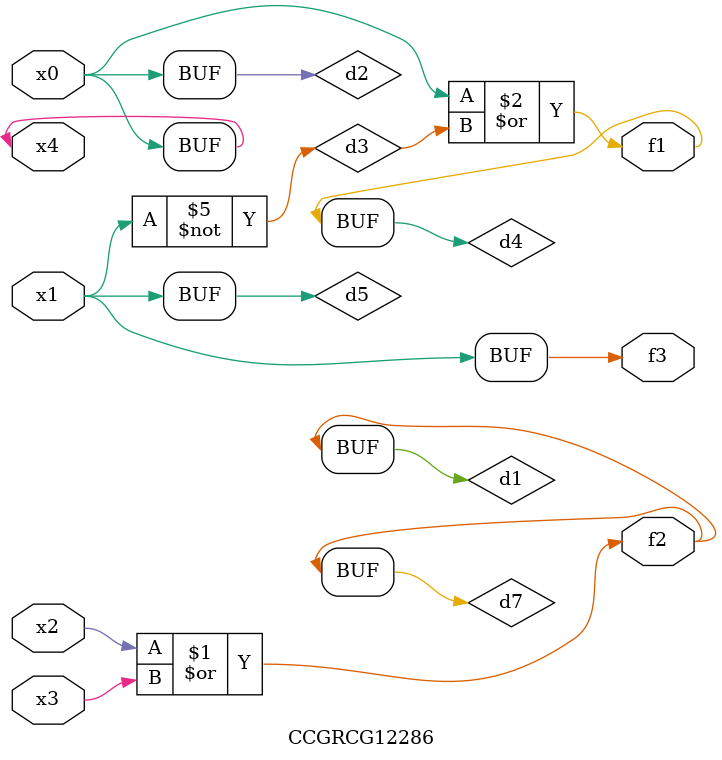
<source format=v>
module CCGRCG12286(
	input x0, x1, x2, x3, x4,
	output f1, f2, f3
);

	wire d1, d2, d3, d4, d5, d6, d7;

	or (d1, x2, x3);
	buf (d2, x0, x4);
	not (d3, x1);
	or (d4, d2, d3);
	not (d5, d3);
	nand (d6, d1, d3);
	or (d7, d1);
	assign f1 = d4;
	assign f2 = d7;
	assign f3 = d5;
endmodule

</source>
